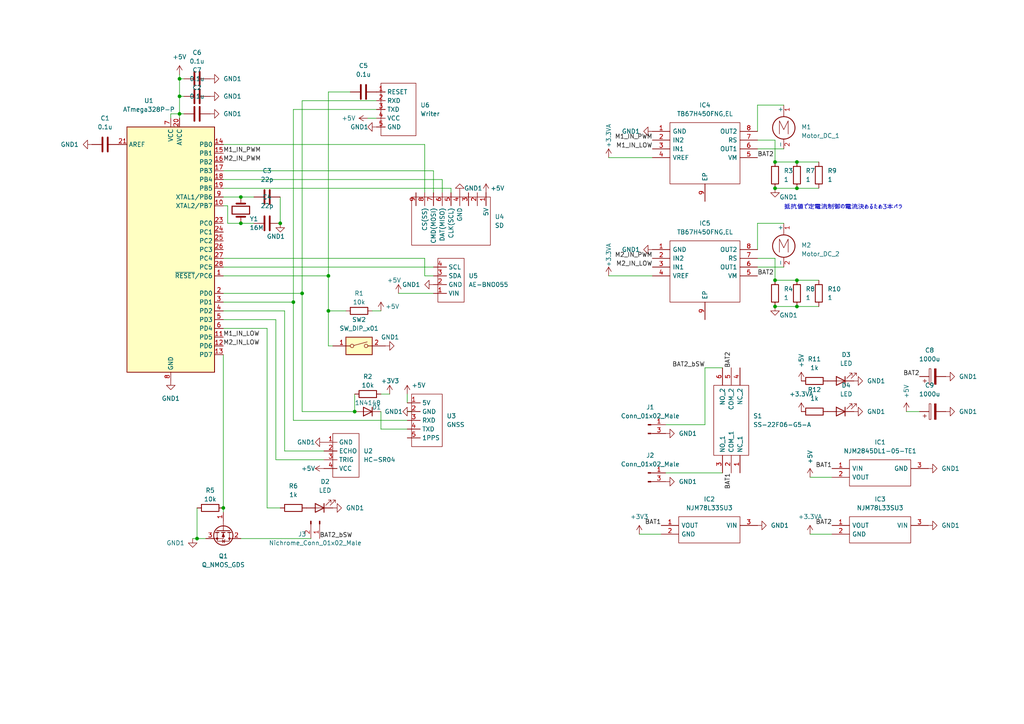
<source format=kicad_sch>
(kicad_sch (version 20211123) (generator eeschema)
  (paper "A4")
  (title_block (title "DERC CanSat 4Nosiro 2022 ") (date "2022-04-22") (company "DERC CanSat PJ"))
  (lib_symbols
    (symbol "Conn_01x02_Male_1" (pin_names (offset 1.016) hide)
      (property "Reference" "J2" (at 0.635 5.08 0))
      (property "Value" "Conn_01x02_Male_1" (at 0.635 2.54 0))
      (symbol "Conn_01x02_Male_1_1_1"
        (polyline (pts (xy 1.27 -2.54) (xy 0.8636 -2.54)) (stroke (width 0.1524)))
        (polyline (pts (xy 1.27 0) (xy 0.8636 0)) (stroke (width 0.1524)))
        (rectangle (start 0.8636 -2.413) (end 0 -2.667) (stroke (width 0.1524)) (fill (type outline)))
        (rectangle (start 0.8636 0.127) (end 0 -0.127) (stroke (width 0.1524)) (fill (type outline)))
        (pin passive line (at 5.08 0 180) (length 3.81) (name "Pin_1") (number "1"))
        (pin passive line (at 5.08 -2.54 180) (length 3.81) (name "Pin_2") (number "3"))
      )
    )
    (symbol "Connector:Conn_01x02_Male" (pin_names (offset 1.016) hide)
      (property "Reference" "J" (at 0 2.54 0))
      (property "Value" "Conn_01x02_Male" (at 0 -5.08 0))
      (symbol "Conn_01x02_Male_1_1"
        (polyline (pts (xy 1.27 -2.54) (xy 0.8636 -2.54)) (stroke (width 0.1524)))
        (polyline (pts (xy 1.27 0) (xy 0.8636 0)) (stroke (width 0.1524)))
        (rectangle (start 0.8636 -2.413) (end 0 -2.667) (stroke (width 0.1524)) (fill (type outline)))
        (rectangle (start 0.8636 0.127) (end 0 -0.127) (stroke (width 0.1524)) (fill (type outline)))
        (pin passive line (at 5.08 0 180) (length 3.81) (name "Pin_1") (number "1"))
        (pin passive line (at 5.08 -2.54 180) (length 3.81) (name "Pin_2") (number "2"))
      )
    )
    (symbol "DERC_CanSat_KairoLib:AE-BNO055"
      (property "Reference" "U" (at -6.35 11.43 0))
      (property "Value" "AE-BNO055" (at -3.81 8.89 0))
      (symbol "AE-BNO055_0_1"
        (rectangle (start 3.81 0) (end -8.89 7.62))
      )
      (symbol "AE-BNO055_1_1"
        (pin passive line (at 1.27 -1.27 90) (length 3.81) (name "VIN") (number "1"))
        (pin passive line (at -1.27 -1.27 90) (length 3.81) (name "GND") (number "2"))
        (pin passive line (at -3.81 -1.27 90) (length 3.81) (name "SDA") (number "3"))
        (pin passive line (at -6.35 -1.27 90) (length 3.81) (name "SCL") (number "4"))
      )
    )
    (symbol "DERC_CanSat_KairoLib:GNSS"
      (property "Reference" "U" (at -1.27 1.27 0))
      (property "Value" "GNSS" (at 0 -1.27 0))
      (symbol "GNSS_0_1"
        (rectangle (start 8.89 3.81) (end -6.35 12.7))
      )
      (symbol "GNSS_1_1"
        (pin passive line (at 6.35 13.97 270) (length 3.81) (name "5V") (number "1"))
        (pin passive line (at 3.81 13.97 270) (length 3.81) (name "GND") (number "2"))
        (pin passive line (at 1.27 13.97 270) (length 3.81) (name "RXD") (number "3"))
        (pin passive line (at -1.27 13.97 270) (length 3.81) (name "TXD") (number "4"))
        (pin passive line (at -3.81 13.97 270) (length 3.81) (name "1PPS") (number "5"))
      )
    )
    (symbol "DERC_CanSat_KairoLib:HC-SR04"
      (property "Reference" "U" (at -6.35 10.16 0))
      (property "Value" "HC-SR04" (at 0 10.16 0))
      (symbol "HC-SR04_0_1"
        (rectangle (start -6.35 2.54) (end 6.35 10.16))
      )
      (symbol "HC-SR04_1_1"
        (pin passive line (at -3.81 0 90) (length 3.81) (name "GND") (number "1"))
        (pin passive line (at -1.27 0 90) (length 3.81) (name "ECHO") (number "2"))
        (pin passive line (at 1.27 0 90) (length 3.81) (name "TRIG") (number "3"))
        (pin passive line (at 3.81 0 90) (length 3.81) (name "VCC") (number "4"))
      )
    )
    (symbol "DERC_CanSat_KairoLib:SD"
      (property "Reference" "U" (at -2.54 8.89 0))
      (property "Value" "SD" (at -2.54 7.62 0))
      (symbol "SD_0_1"
        (rectangle (start 13.97 1.27) (end -8.89 15.24))
      )
      (symbol "SD_1_1"
        (pin passive line (at -7.62 0 90) (length 3.81) (name "5V") (number "1"))
        (pin passive line (at -5.08 0 90) (length 3.81) (name "") (number "2"))
        (pin passive line (at -2.54 0 90) (length 3.81) (name "") (number "3"))
        (pin passive line (at 0 0 90) (length 3.81) (name "GND") (number "4"))
        (pin passive line (at 2.54 0 90) (length 3.81) (name "CLK(SCL)") (number "5"))
        (pin passive line (at 5.08 0 90) (length 3.81) (name "DAT(MISO)") (number "6"))
        (pin passive line (at 7.62 0 90) (length 3.81) (name "CMD(MOSI)") (number "7"))
        (pin passive line (at 10.16 0 90) (length 3.81) (name "CS(SS)") (number "8"))
        (pin passive line (at 12.7 0 90) (length 3.81) (name "") (number "9"))
      )
    )
    (symbol "DERC_CanSat_KairoLib:Writer"
      (property "Reference" "U" (at -2.54 6.35 0))
      (property "Value" "Writer" (at 1.27 6.35 0))
      (symbol "Writer_0_1"
        (rectangle (start 7.62 -2.54) (end -7.62 7.62))
      )
      (symbol "Writer_1_1"
        (pin input line (at -5.08 -3.81 90) (length 2.54) (name "RESET") (number "1"))
        (pin input line (at -2.54 -3.81 90) (length 2.54) (name "RXD") (number "2"))
        (pin input line (at 0 -3.81 90) (length 2.54) (name "TXD") (number "3"))
        (pin input line (at 2.54 -3.81 90) (length 2.54) (name "VCC") (number "4"))
        (pin input line (at 5.08 -3.81 90) (length 2.54) (name "GND") (number "5"))
      )
    )
    (symbol "Device:C" (pin_numbers hide) (pin_names (offset 0.254))
      (property "Reference" "C" (at 0.635 2.54 0))
      (property "Value" "C" (at 0.635 -2.54 0))
      (symbol "C_0_1"
        (polyline (pts (xy -2.032 -0.762) (xy 2.032 -0.762)) (stroke (width 0.508)))
        (polyline (pts (xy -2.032 0.762) (xy 2.032 0.762)) (stroke (width 0.508)))
      )
      (symbol "C_1_1"
        (pin passive line (at 0 3.81 270) (length 2.794) (name "~") (number "1"))
        (pin passive line (at 0 -3.81 90) (length 2.794) (name "~") (number "2"))
      )
    )
    (symbol "Device:C_Polarized" (pin_numbers hide) (pin_names (offset 0.254))
      (property "Reference" "C" (at 0.635 2.54 0))
      (property "Value" "C_Polarized" (at 0.635 -2.54 0))
      (symbol "C_Polarized_0_1"
        (rectangle (start -2.286 0.508) (end 2.286 1.016))
        (polyline (pts (xy -1.778 2.286) (xy -0.762 2.286)))
        (polyline (pts (xy -1.27 2.794) (xy -1.27 1.778)))
        (rectangle (start 2.286 -0.508) (end -2.286 -1.016) (fill (type outline)))
      )
      (symbol "C_Polarized_1_1"
        (pin passive line (at 0 3.81 270) (length 2.794) (name "~") (number "1"))
        (pin passive line (at 0 -3.81 90) (length 2.794) (name "~") (number "2"))
      )
    )
    (symbol "Device:Crystal" (pin_numbers hide) (pin_names (offset 1.016) hide)
      (property "Reference" "Y" (at 0 3.81 0))
      (property "Value" "Crystal" (at 0 -3.81 0))
      (symbol "Crystal_0_1"
        (rectangle (start -1.143 2.54) (end 1.143 -2.54) (stroke (width 0.3048)))
        (polyline (pts (xy -2.54 0) (xy -1.905 0)))
        (polyline (pts (xy -1.905 -1.27) (xy -1.905 1.27)) (stroke (width 0.508)))
        (polyline (pts (xy 1.905 -1.27) (xy 1.905 1.27)) (stroke (width 0.508)))
        (polyline (pts (xy 2.54 0) (xy 1.905 0)))
      )
      (symbol "Crystal_1_1"
        (pin passive line (at -3.81 0 0) (length 1.27) (name "1") (number "1"))
        (pin passive line (at 3.81 0 180) (length 1.27) (name "2") (number "2"))
      )
    )
    (symbol "Device:LED" (pin_numbers hide) (pin_names (offset 1.016) hide)
      (property "Reference" "D" (at 0 2.54 0))
      (property "Value" "LED" (at 0 -2.54 0))
      (symbol "LED_0_1"
        (polyline (pts (xy -1.27 -1.27) (xy -1.27 1.27)) (stroke (width 0.254)))
        (polyline (pts (xy -1.27 0) (xy 1.27 0)))
        (polyline (pts (xy 1.27 -1.27) (xy 1.27 1.27) (xy -1.27 0) (xy 1.27 -1.27)) (stroke (width 0.254)))
        (polyline (pts (xy -3.048 -0.762) (xy -4.572 -2.286) (xy -3.81 -2.286) (xy -4.572 -2.286) (xy -4.572 -1.524)))
        (polyline (pts (xy -1.778 -0.762) (xy -3.302 -2.286) (xy -2.54 -2.286) (xy -3.302 -2.286) (xy -3.302 -1.524)))
      )
      (symbol "LED_1_1"
        (pin passive line (at -3.81 0 0) (length 2.54) (name "K") (number "1"))
        (pin passive line (at 3.81 0 180) (length 2.54) (name "A") (number "2"))
      )
    )
    (symbol "Device:Q_NMOS_GDS" (pin_names (offset 0) hide)
      (property "Reference" "Q" (at 5.08 1.27 0))
      (property "Value" "Q_NMOS_GDS" (at 5.08 -1.27 0))
      (symbol "Q_NMOS_GDS_0_1"
        (polyline (pts (xy 0.254 0) (xy -2.54 0)))
        (polyline (pts (xy 0.254 1.905) (xy 0.254 -1.905)) (stroke (width 0.254)))
        (polyline (pts (xy 0.762 -1.27) (xy 0.762 -2.286)) (stroke (width 0.254)))
        (polyline (pts (xy 0.762 0.508) (xy 0.762 -0.508)) (stroke (width 0.254)))
        (polyline (pts (xy 0.762 2.286) (xy 0.762 1.27)) (stroke (width 0.254)))
        (polyline (pts (xy 2.54 2.54) (xy 2.54 1.778)))
        (polyline (pts (xy 2.54 -2.54) (xy 2.54 0) (xy 0.762 0)))
        (polyline (pts (xy 0.762 -1.778) (xy 3.302 -1.778) (xy 3.302 1.778) (xy 0.762 1.778)))
        (polyline (pts (xy 1.016 0) (xy 2.032 0.381) (xy 2.032 -0.381) (xy 1.016 0)) (fill (type outline)))
        (polyline (pts (xy 2.794 0.508) (xy 2.921 0.381) (xy 3.683 0.381) (xy 3.81 0.254)))
        (polyline (pts (xy 3.302 0.381) (xy 2.921 -0.254) (xy 3.683 -0.254) (xy 3.302 0.381)))
        (circle (center 1.651 0) (radius 2.794) (stroke (width 0.254)))
        (circle (center 2.54 -1.778) (radius 0.254) (fill (type outline)))
        (circle (center 2.54 1.778) (radius 0.254) (fill (type outline)))
      )
      (symbol "Q_NMOS_GDS_1_1"
        (pin input line (at -5.08 0 0) (length 2.54) (name "G") (number "1"))
        (pin passive line (at 2.54 5.08 270) (length 2.54) (name "D") (number "2"))
        (pin passive line (at 2.54 -5.08 90) (length 2.54) (name "S") (number "3"))
      )
    )
    (symbol "Device:R" (pin_numbers hide) (pin_names (offset 0))
      (property "Reference" "R" (at 2.032 0 90))
      (property "Value" "R" (at 0 0 90))
      (symbol "R_0_1"
        (rectangle (start -1.016 -2.54) (end 1.016 2.54) (stroke (width 0.254)))
      )
      (symbol "R_1_1"
        (pin passive line (at 0 3.81 270) (length 1.27) (name "~") (number "1"))
        (pin passive line (at 0 -3.81 90) (length 1.27) (name "~") (number "2"))
      )
    )
    (symbol "Diode:1N4148" (pin_numbers hide) (pin_names (offset 1.016) hide)
      (property "Reference" "D" (at 0 2.54 0))
      (property "Value" "1N4148" (at 0 -2.54 0))
      (symbol "1N4148_0_1"
        (polyline (pts (xy -1.27 1.27) (xy -1.27 -1.27)) (stroke (width 0.254)))
        (polyline (pts (xy 1.27 0) (xy -1.27 0)))
        (polyline (pts (xy 1.27 1.27) (xy 1.27 -1.27) (xy -1.27 0) (xy 1.27 1.27)) (stroke (width 0.254)))
      )
      (symbol "1N4148_1_1"
        (pin passive line (at -3.81 0 0) (length 2.54) (name "K") (number "1"))
        (pin passive line (at 3.81 0 180) (length 2.54) (name "A") (number "2"))
      )
    )
    (symbol "MCU_Microchip_ATmega:ATmega328P-P"
      (property "Reference" "U" (at -12.7 36.83 0))
      (property "Value" "ATmega328P-P" (at 2.54 -36.83 0))
      (symbol "ATmega328P-P_0_1"
        (rectangle (start -12.7 -35.56) (end 12.7 35.56) (stroke (width 0.254)) (fill (type background)))
      )
      (symbol "ATmega328P-P_1_1"
        (pin bidirectional line (at 15.24 -7.62 180) (length 2.54) (name "~{RESET}/PC6") (number "1"))
        (pin bidirectional line (at 15.24 12.7 180) (length 2.54) (name "XTAL2/PB7") (number "10"))
        (pin bidirectional line (at 15.24 -25.4 180) (length 2.54) (name "PD5") (number "11"))
        (pin bidirectional line (at 15.24 -27.94 180) (length 2.54) (name "PD6") (number "12"))
        (pin bidirectional line (at 15.24 -30.48 180) (length 2.54) (name "PD7") (number "13"))
        (pin bidirectional line (at 15.24 30.48 180) (length 2.54) (name "PB0") (number "14"))
        (pin bidirectional line (at 15.24 27.94 180) (length 2.54) (name "PB1") (number "15"))
        (pin bidirectional line (at 15.24 25.4 180) (length 2.54) (name "PB2") (number "16"))
        (pin bidirectional line (at 15.24 22.86 180) (length 2.54) (name "PB3") (number "17"))
        (pin bidirectional line (at 15.24 20.32 180) (length 2.54) (name "PB4") (number "18"))
        (pin bidirectional line (at 15.24 17.78 180) (length 2.54) (name "PB5") (number "19"))
        (pin bidirectional line (at 15.24 -12.7 180) (length 2.54) (name "PD0") (number "2"))
        (pin power_in line (at 2.54 38.1 270) (length 2.54) (name "AVCC") (number "20"))
        (pin passive line (at -15.24 30.48 0) (length 2.54) (name "AREF") (number "21"))
        (pin passive line (at 0 -38.1 90) (length 2.54) hide (name "GND") (number "22"))
        (pin bidirectional line (at 15.24 7.62 180) (length 2.54) (name "PC0") (number "23"))
        (pin bidirectional line (at 15.24 5.08 180) (length 2.54) (name "PC1") (number "24"))
        (pin bidirectional line (at 15.24 2.54 180) (length 2.54) (name "PC2") (number "25"))
        (pin bidirectional line (at 15.24 0 180) (length 2.54) (name "PC3") (number "26"))
        (pin bidirectional line (at 15.24 -2.54 180) (length 2.54) (name "PC4") (number "27"))
        (pin bidirectional line (at 15.24 -5.08 180) (length 2.54) (name "PC5") (number "28"))
        (pin bidirectional line (at 15.24 -15.24 180) (length 2.54) (name "PD1") (number "3"))
        (pin bidirectional line (at 15.24 -17.78 180) (length 2.54) (name "PD2") (number "4"))
        (pin bidirectional line (at 15.24 -20.32 180) (length 2.54) (name "PD3") (number "5"))
        (pin bidirectional line (at 15.24 -22.86 180) (length 2.54) (name "PD4") (number "6"))
        (pin power_in line (at 0 38.1 270) (length 2.54) (name "VCC") (number "7"))
        (pin power_in line (at 0 -38.1 90) (length 2.54) (name "GND") (number "8"))
        (pin bidirectional line (at 15.24 15.24 180) (length 2.54) (name "XTAL1/PB6") (number "9"))
      )
    )
    (symbol "Motor:Motor_DC" (pin_names (offset 0))
      (property "Reference" "M" (at 2.54 2.54 0))
      (property "Value" "Motor_DC" (at 2.54 -5.08 0))
      (symbol "Motor_DC_0_0"
        (polyline (pts (xy -1.27 -3.302) (xy -1.27 0.508) (xy 0 -2.032) (xy 1.27 0.508) (xy 1.27 -3.302)))
      )
      (symbol "Motor_DC_0_1"
        (circle (center 0 -1.524) (radius 3.2512) (stroke (width 0.254)))
        (polyline (pts (xy 0 -7.62) (xy 0 -7.112)))
        (polyline (pts (xy 0 -4.7752) (xy 0 -5.1816)))
        (polyline (pts (xy 0 1.7272) (xy 0 2.0828)))
        (polyline (pts (xy 0 2.032) (xy 0 2.54)))
      )
      (symbol "Motor_DC_1_1"
        (pin passive line (at 0 5.08 270) (length 2.54) (name "+") (number "1"))
        (pin passive line (at 0 -7.62 90) (length 2.54) (name "-") (number "2"))
      )
    )
    (symbol "SamacSys_Parts:NJM2845DL1-05-TE1" (pin_names (offset 0.762))
      (property "Reference" "IC" (at 24.13 7.62 0))
      (property "Value" "NJM2845DL1-05-TE1" (at 24.13 5.08 0))
      (symbol "NJM2845DL1-05-TE1_0_0"
        (pin passive line (at 0 0 0) (length 5.08) (name "VIN") (number "1"))
        (pin passive line (at 0 -2.54 0) (length 5.08) (name "VOUT") (number "2"))
        (pin passive line (at 27.94 0 180) (length 5.08) (name "GND") (number "3"))
      )
      (symbol "NJM2845DL1-05-TE1_0_1"
        (polyline (pts (xy 5.08 2.54) (xy 22.86 2.54) (xy 22.86 -5.08) (xy 5.08 -5.08) (xy 5.08 2.54)) (stroke (width 0.1524)))
      )
    )
    (symbol "SamacSys_Parts:NJM78L33SU3" (pin_names (offset 0.762))
      (property "Reference" "IC" (at 24.13 7.62 0))
      (property "Value" "NJM78L33SU3" (at 24.13 5.08 0))
      (symbol "NJM78L33SU3_0_0"
        (pin passive line (at 0 0 0) (length 5.08) (name "VOUT") (number "1"))
        (pin passive line (at 0 -2.54 0) (length 5.08) (name "GND") (number "2"))
        (pin passive line (at 27.94 0 180) (length 5.08) (name "VIN") (number "3"))
      )
      (symbol "NJM78L33SU3_0_1"
        (polyline (pts (xy 5.08 2.54) (xy 22.86 2.54) (xy 22.86 -5.08) (xy 5.08 -5.08) (xy 5.08 2.54)) (stroke (width 0.1524)))
      )
    )
    (symbol "SamacSys_Parts:SS-22F06-G5-A" (pin_names (offset 0.762))
      (property "Reference" "S" (at 26.67 7.62 0))
      (property "Value" "SS-22F06-G5-A" (at 26.67 5.08 0))
      (symbol "SS-22F06-G5-A_0_0"
        (pin passive line (at 30.48 0 180) (length 5.08) (name "NC_1") (number "1"))
        (pin passive line (at 30.48 -2.54 180) (length 5.08) (name "COM_1") (number "2"))
        (pin passive line (at 30.48 -5.08 180) (length 5.08) (name "NO_1") (number "3"))
        (pin passive line (at 0 0 0) (length 5.08) (name "NC_2") (number "4"))
        (pin passive line (at 0 -2.54 0) (length 5.08) (name "COM_2") (number "5"))
        (pin passive line (at 0 -5.08 0) (length 5.08) (name "NO_2") (number "6"))
      )
      (symbol "SS-22F06-G5-A_0_1"
        (polyline (pts (xy 5.08 2.54) (xy 25.4 2.54) (xy 25.4 -7.62) (xy 5.08 -7.62) (xy 5.08 2.54)) (stroke (width 0.1524)))
      )
    )
    (symbol "SamacSys_Parts:TB67H450FNG,EL" (pin_names (offset 0.762))
      (property "Reference" "IC" (at 26.67 7.62 0))
      (property "Value" "TB67H450FNG,EL" (at 26.67 5.08 0))
      (symbol "TB67H450FNG,EL_0_0"
        (pin passive line (at 0 0 0) (length 5.08) (name "GND") (number "1"))
        (pin passive line (at 0 -2.54 0) (length 5.08) (name "IN2") (number "2"))
        (pin passive line (at 0 -5.08 0) (length 5.08) (name "IN1") (number "3"))
        (pin passive line (at 0 -7.62 0) (length 5.08) (name "VREF") (number "4"))
        (pin passive line (at 30.48 -7.62 180) (length 5.08) (name "VM") (number "5"))
        (pin passive line (at 30.48 -5.08 180) (length 5.08) (name "OUT1") (number "6"))
        (pin passive line (at 30.48 -2.54 180) (length 5.08) (name "RS") (number "7"))
        (pin passive line (at 30.48 0 180) (length 5.08) (name "OUT2") (number "8"))
        (pin passive line (at 15.24 -20.32 90) (length 5.08) (name "EP") (number "9"))
      )
      (symbol "TB67H450FNG,EL_0_1"
        (polyline (pts (xy 5.08 2.54) (xy 25.4 2.54) (xy 25.4 -15.24) (xy 5.08 -15.24) (xy 5.08 2.54)) (stroke (width 0.1524)))
      )
    )
    (symbol "Switch:SW_DIP_x01" (pin_names (offset 0) hide)
      (property "Reference" "SW" (at 0 3.81 0))
      (property "Value" "SW_DIP_x01" (at 0 -3.81 0))
      (symbol "SW_DIP_x01_0_0"
        (circle (center -2.032 0) (radius 0.508))
        (polyline (pts (xy -1.524 0.127) (xy 2.3622 1.1684)))
        (circle (center 2.032 0) (radius 0.508))
      )
      (symbol "SW_DIP_x01_0_1"
        (rectangle (start -3.81 2.54) (end 3.81 -2.54) (stroke (width 0.254)) (fill (type background)))
      )
      (symbol "SW_DIP_x01_1_1"
        (pin passive line (at -7.62 0 0) (length 5.08) (name "~") (number "1"))
        (pin passive line (at 7.62 0 180) (length 5.08) (name "~") (number "2"))
      )
    )
    (symbol "power:+3.3V" (power) (pin_names (offset 0))
      (property "Value" "+3.3V" (at 0 3.556 0))
      (symbol "+3.3V_0_1"
        (polyline (pts (xy -0.762 1.27) (xy 0 2.54)))
        (polyline (pts (xy 0 0) (xy 0 2.54)))
        (polyline (pts (xy 0 2.54) (xy 0.762 1.27)))
      )
      (symbol "+3.3V_1_1"
        (pin power_in line (at 0 0 90) (length 0) hide (name "+3V3") (number "1"))
      )
    )
    (symbol "power:+3.3VA" (power) (pin_names (offset 0))
      (property "Value" "+3.3VA" (at 0 3.556 0))
      (symbol "+3.3VA_0_1"
        (polyline (pts (xy -0.762 1.27) (xy 0 2.54)))
        (polyline (pts (xy 0 0) (xy 0 2.54)))
        (polyline (pts (xy 0 2.54) (xy 0.762 1.27)))
      )
      (symbol "+3.3VA_1_1"
        (pin power_in line (at 0 0 90) (length 0) hide (name "+3.3VA") (number "1"))
      )
    )
    (symbol "power:+5V" (power) (pin_names (offset 0))
      (property "Value" "+5V" (at 0 3.556 0))
      (symbol "+5V_0_1"
        (polyline (pts (xy -0.762 1.27) (xy 0 2.54)))
        (polyline (pts (xy 0 0) (xy 0 2.54)))
        (polyline (pts (xy 0 2.54) (xy 0.762 1.27)))
      )
      (symbol "+5V_1_1"
        (pin power_in line (at 0 0 90) (length 0) hide (name "+5V") (number "1"))
      )
    )
    (symbol "power:GND1" (power) (pin_names (offset 0))
      (property "Value" "GND1" (at 0 -3.81 0))
      (symbol "GND1_0_1"
        (polyline (pts (xy 0 0) (xy 0 -1.27) (xy 1.27 -1.27) (xy 0 -2.54) (xy -1.27 -1.27) (xy 0 -1.27)))
      )
      (symbol "GND1_1_1"
        (pin power_in line (at 0 0 270) (length 0) hide (name "GND1") (number "1"))
      )
    )
  )
  (junction (at 52.07 22.86))
  (junction (at 224.79 81.28))
  (junction (at 231.14 46.99))
  (junction (at 231.14 81.28))
  (junction (at 102.87 119.38))
  (junction (at 52.07 33.02))
  (junction (at 52.07 27.94))
  (junction (at 224.79 46.99))
  (junction (at 69.85 57.15))
  (junction (at 87.63 85.09))
  (junction (at 95.25 90.17))
  (junction (at 95.25 80.01))
  (junction (at 231.14 54.61))
  (junction (at 224.79 54.61))
  (junction (at 69.85 64.77))
  (junction (at 231.14 88.9))
  (junction (at 81.28 64.77))
  (junction (at 64.77 147.32))
  (junction (at 57.15 156.21))
  (junction (at 85.09 87.63))
  (junction (at 224.79 88.9))
  (wire (pts (xy 110.49 124.46) (xy 118.11 124.46)))
  (wire (pts (xy 82.55 130.81) (xy 93.98 130.81)))
  (wire (pts (xy 185.42 154.94) (xy 191.77 154.94)))
  (wire (pts (xy 119.38 119.38) (xy 118.11 119.38)))
  (wire (pts (xy 234.95 154.94) (xy 241.3 154.94)))
  (wire (pts (xy 49.53 34.29) (xy 49.53 33.02)))
  (wire (pts (xy 53.34 27.94) (xy 52.07 27.94)))
  (wire (pts (xy 128.27 55.88) (xy 128.27 52.07)))
  (wire (pts (xy 113.03 114.3) (xy 110.49 114.3)))
  (wire (pts (xy 219.71 40.64) (xy 224.79 40.64)))
  (wire (pts (xy 49.53 33.02) (xy 52.07 33.02)))
  (wire (pts (xy 130.81 55.88) (xy 130.81 54.61)))
  (wire (pts (xy 64.77 85.09) (xy 87.63 85.09)))
  (wire (pts (xy 224.79 40.64) (xy 224.79 46.99)))
  (wire (pts (xy 234.95 138.43) (xy 241.3 138.43)))
  (wire (pts (xy 219.71 72.39) (xy 219.71 64.77)))
  (wire (pts (xy 101.6 26.67) (xy 95.25 26.67)))
  (wire (pts (xy 87.63 29.21) (xy 109.22 29.21)))
  (wire (pts (xy 64.77 102.87) (xy 64.77 147.32)))
  (wire (pts (xy 100.33 90.17) (xy 95.25 90.17)))
  (wire (pts (xy 95.25 80.01) (xy 64.77 80.01)))
  (wire (pts (xy 64.77 147.32) (xy 64.77 148.59)))
  (wire (pts (xy 176.53 45.72) (xy 189.23 45.72)))
  (wire (pts (xy 87.63 119.38) (xy 102.87 119.38)))
  (wire (pts (xy 73.66 57.15) (xy 69.85 57.15)))
  (wire (pts (xy 125.73 80.01) (xy 123.19 80.01)))
  (wire (pts (xy 176.53 80.01) (xy 189.23 80.01)))
  (wire (pts (xy 55.88 156.21) (xy 57.15 156.21)))
  (wire (pts (xy 123.19 80.01) (xy 123.19 74.93)))
  (wire (pts (xy 52.07 33.02) (xy 52.07 34.29)))
  (wire (pts (xy 64.77 87.63) (xy 85.09 87.63)))
  (wire (pts (xy 125.73 49.53) (xy 64.77 49.53)))
  (wire (pts (xy 219.71 30.48) (xy 227.33 30.48)))
  (wire (pts (xy 224.79 54.61) (xy 231.14 54.61)))
  (wire (pts (xy 231.14 88.9) (xy 237.49 88.9)))
  (wire (pts (xy 95.25 100.33) (xy 96.52 100.33)))
  (wire (pts (xy 231.14 81.28) (xy 237.49 81.28)))
  (wire (pts (xy 219.71 64.77) (xy 227.33 64.77)))
  (wire (pts (xy 57.15 147.32) (xy 57.15 156.21)))
  (wire (pts (xy 204.47 123.19) (xy 204.47 106.68)))
  (wire (pts (xy 53.34 22.86) (xy 52.07 22.86)))
  (wire (pts (xy 57.15 156.21) (xy 59.69 156.21)))
  (wire (pts (xy 64.77 77.47) (xy 125.73 77.47)))
  (wire (pts (xy 118.11 116.84) (xy 118.11 114.3)))
  (wire (pts (xy 64.77 57.15) (xy 69.85 57.15)))
  (wire (pts (xy 128.27 52.07) (xy 64.77 52.07)))
  (wire (pts (xy 64.77 92.71) (xy 80.01 92.71)))
  (wire (pts (xy 130.81 54.61) (xy 64.77 54.61)))
  (wire (pts (xy 262.89 119.38) (xy 266.7 119.38)))
  (wire (pts (xy 123.19 55.88) (xy 123.19 41.91)))
  (wire (pts (xy 224.79 46.99) (xy 231.14 46.99)))
  (wire (pts (xy 115.57 85.09) (xy 125.73 85.09)))
  (wire (pts (xy 53.34 33.02) (xy 52.07 33.02)))
  (wire (pts (xy 106.68 34.29) (xy 109.22 34.29)))
  (wire (pts (xy 95.25 90.17) (xy 95.25 80.01)))
  (wire (pts (xy 102.87 114.3) (xy 102.87 119.38)))
  (wire (pts (xy 66.04 64.77) (xy 69.85 64.77)))
  (wire (pts (xy 87.63 85.09) (xy 87.63 119.38)))
  (wire (pts (xy 52.07 21.59) (xy 52.07 22.86)))
  (wire (pts (xy 95.25 90.17) (xy 95.25 100.33)))
  (wire (pts (xy 85.09 31.75) (xy 109.22 31.75)))
  (wire (pts (xy 125.73 55.88) (xy 125.73 49.53)))
  (wire (pts (xy 204.47 106.68) (xy 209.55 106.68)))
  (wire (pts (xy 224.79 81.28) (xy 231.14 81.28)))
  (wire (pts (xy 77.47 95.25) (xy 77.47 147.32)))
  (wire (pts (xy 64.77 95.25) (xy 77.47 95.25)))
  (wire (pts (xy 219.71 74.93) (xy 224.79 74.93)))
  (wire (pts (xy 82.55 90.17) (xy 82.55 130.81)))
  (wire (pts (xy 231.14 54.61) (xy 237.49 54.61)))
  (wire (pts (xy 87.63 85.09) (xy 87.63 29.21)))
  (wire (pts (xy 52.07 22.86) (xy 52.07 27.94)))
  (wire (pts (xy 85.09 121.92) (xy 118.11 121.92)))
  (wire (pts (xy 110.49 119.38) (xy 110.49 124.46)))
  (wire (pts (xy 64.77 74.93) (xy 123.19 74.93)))
  (wire (pts (xy 193.04 123.19) (xy 204.47 123.19)))
  (wire (pts (xy 219.71 38.1) (xy 219.71 30.48)))
  (wire (pts (xy 110.49 90.17) (xy 107.95 90.17)))
  (wire (pts (xy 95.25 26.67) (xy 95.25 80.01)))
  (wire (pts (xy 80.01 133.35) (xy 93.98 133.35)))
  (wire (pts (xy 69.85 156.21) (xy 90.17 156.21)))
  (wire (pts (xy 52.07 27.94) (xy 52.07 33.02)))
  (wire (pts (xy 193.04 137.16) (xy 209.55 137.16)))
  (wire (pts (xy 123.19 41.91) (xy 64.77 41.91)))
  (wire (pts (xy 219.71 77.47) (xy 227.33 77.47)))
  (wire (pts (xy 231.14 46.99) (xy 237.49 46.99)))
  (wire (pts (xy 66.04 59.69) (xy 66.04 64.77)))
  (wire (pts (xy 219.71 43.18) (xy 227.33 43.18)))
  (wire (pts (xy 224.79 88.9) (xy 231.14 88.9)))
  (wire (pts (xy 64.77 59.69) (xy 66.04 59.69)))
  (wire (pts (xy 224.79 74.93) (xy 224.79 81.28)))
  (wire (pts (xy 82.55 90.17) (xy 64.77 90.17)))
  (wire (pts (xy 85.09 87.63) (xy 85.09 31.75)))
  (wire (pts (xy 81.28 57.15) (xy 81.28 64.77)))
  (wire (pts (xy 80.01 92.71) (xy 80.01 133.35)))
  (wire (pts (xy 77.47 147.32) (xy 81.28 147.32)))
  (wire (pts (xy 73.66 64.77) (xy 69.85 64.77)))
  (wire (pts (xy 85.09 87.63) (xy 85.09 121.92)))
  (text "抵抗値で定電流制御の電流決めるため3本パラ" (at 227.33 60.96 0) (effects (font (size 1.27 1.27)) (justify left bottom)))
  (label "M2_IN_LOW" (at 189.23 77.47 180))
  (label "BAT1" (at 241.3 135.89 180))
  (label "M1_IN_LOW" (at 64.77 97.79 0))
  (label "BAT2" (at 266.7 109.22 180))
  (label "BAT2" (at 241.3 152.4 180))
  (label "BAT2" (at 219.71 80.01 0))
  (label "BAT2_bSW" (at 204.47 106.68 180))
  (label "BAT1" (at 212.09 137.16 270))
  (label "M2_IN_LOW" (at 64.77 100.33 0))
  (label "BAT2" (at 212.09 106.68 90))
  (label "M1_IN_PWM" (at 64.77 44.45 0))
  (label "M1_IN_LOW" (at 189.23 43.18 180))
  (label "M2_IN_PWM" (at 189.23 74.93 180))
  (label "BAT2" (at 219.71 45.72 0))
  (label "BAT2_bSW" (at 92.71 156.21 0))
  (label "BAT1" (at 191.77 152.4 180))
  (label "M2_IN_PWM" (at 64.77 46.99 0))
  (label "M1_IN_PWM" (at 189.23 40.64 180))
  (symbol (lib_id "power:GND1") (at 274.32 119.38 90) (unit 1)
    (property "Reference" "#PWR043" (effects hide))
    (property "Value" "GND1" (at 278.13 119.3799 90) (effects (justify right)))
  )
  (symbol (lib_id "power:GND1") (at 81.28 64.77 0) (unit 1)
    (property "Reference" "#PWR011" (effects hide))
    (property "Value" "GND1" (at 80.01 68.58 0))
  )
  (symbol (lib_id "power:GND1") (at 189.23 72.39 270) (unit 1)
    (property "Reference" "#PWR025" (effects hide))
    (property "Value" "GND1" (at 180.34 72.39 90) (effects (justify left)))
  )
  (symbol (lib_id "DERC_CanSat_KairoLib:HC-SR04") (at 93.98 132.08 270) (unit 1)
    (property "Reference" "U2" (at 105.41 130.8099 90) (effects (justify left)))
    (property "Value" "HC-SR04" (at 105.41 133.3499 90) (effects (justify left)))
    (property "Footprint" "DERC_CanSat_footprint:HC-SR04" (effects hide))
  )
  (symbol (lib_id "power:+3.3VA") (at 234.95 154.94 0) (unit 1)
    (property "Reference" "#PWR022" (effects hide))
    (property "Value" "+3.3VA" (at 234.95 149.86 0))
  )
  (symbol (lib_id "Connector:Conn_01x02_Male") (at 92.71 151.13 270) (unit 1)
    (property "Reference" "J3" (at 87.63 154.94 90))
    (property "Value" "Nichrome_Conn_01x02_Male" (at 91.44 157.48 90))
    (property "Footprint" "TerminalBlock:TerminalBlock_Altech_AK300-2_P5.00mm" (effects hide))
  )
  (symbol (lib_id "SamacSys_Parts:TB67H450FNG,EL") (at 189.23 72.39 0) (unit 1)
    (property "Reference" "IC5" (at 204.47 64.77 0))
    (property "Value" "TB67H450FNG,EL" (at 204.47 67.31 0))
    (property "Footprint" "SOIC127P600X175-9N" (effects hide))
    (property "Datasheet" "http://toshiba.semicon-storage.com/info/docget.jsp?did=65346&prodName=TB67H450FNG" (effects hide))
    (property "Description" "Motor / Motion / Ignition Controllers & Drivers Brushed Motor Driver IC, 50V, 3.5A, TSSOP8 Package, PB-FREE" (effects hide))
    (property "Height" "1.75" (effects hide))
    (property "Manufacturer_Name" "Toshiba" (effects hide))
    (property "Manufacturer_Part_Number" "TB67H450FNG,EL" (effects hide))
  )
  (symbol (lib_id "Device:C") (at 57.15 33.02 90) (unit 1)
    (property "Reference" "C2" (at 57.15 25.4 90))
    (property "Value" "0.1u" (at 57.15 27.94 90))
    (property "Footprint" "Capacitor_THT:C_Disc_D3.0mm_W1.6mm_P2.50mm" (effects hide))
  )
  (symbol (lib_id "SamacSys_Parts:NJM78L33SU3") (at 191.77 152.4 0) (unit 1)
    (property "Reference" "IC2" (at 205.74 144.78 0))
    (property "Value" "NJM78L33SU3" (at 205.74 147.32 0))
    (property "Footprint" "Package_TO_SOT_SMD:SOT-89-3" (effects hide))
    (property "Datasheet" "http://www.datasheet4u.com/datasheet-pdf/NewJapanRadio/NJM78L33SU3/pdf.php?id=1157057" (effects hide))
    (property "Description" "3-TERMINAL POSITIVE VOLTAGE REGULATOR" (effects hide))
    (property "Manufacturer_Name" "JRC" (effects hide))
    (property "Manufacturer_Part_Number" "NJM78L33SU3" (effects hide))
  )
  (symbol (lib_id "DERC_CanSat_KairoLib:Writer") (at 113.03 31.75 270) (unit 1)
    (property "Reference" "U6" (at 121.92 30.4799 90) (effects (justify left)))
    (property "Value" "Writer" (at 121.92 33.0199 90) (effects (justify left)))
    (property "Footprint" "Connector_PinHeader_2.54mm:PinHeader_1x05_P2.54mm_Vertical" (effects hide))
  )
  (symbol (lib_id "Device:R") (at 237.49 50.8 0) (unit 1)
    (property "Reference" "R9" (at 240.03 49.5299 0) (effects (justify left)))
    (property "Value" "1" (at 240.03 52.0699 0) (effects (justify left)))
    (property "Footprint" "Resistor_THT:R_Axial_DIN0207_L6.3mm_D2.5mm_P2.54mm_Vertical" (effects hide))
  )
  (symbol (lib_id "power:GND1") (at 247.65 110.49 90) (unit 1)
    (property "Reference" "#PWR039" (effects hide))
    (property "Value" "GND1" (at 251.46 110.4899 90) (effects (justify right)))
  )
  (symbol (lib_id "Device:R") (at 236.22 119.38 270) (unit 1)
    (property "Reference" "R12" (at 236.22 113.03 90))
    (property "Value" "1k" (at 236.22 115.57 90))
    (property "Footprint" "Resistor_THT:R_Axial_DIN0207_L6.3mm_D2.5mm_P7.62mm_Horizontal" (effects hide))
  )
  (symbol (lib_id "power:GND1") (at 96.52 147.32 90) (unit 1)
    (property "Reference" "#PWR036" (effects hide))
    (property "Value" "GND1" (at 100.33 147.3199 90) (effects (justify right)))
  )
  (symbol (lib_id "power:+5V") (at 115.57 85.09 0) (unit 1)
    (property "Reference" "#PWR020" (effects hide))
    (property "Value" "+5V" (at 114.3 81.28 0))
  )
  (symbol (lib_id "power:+3.3V") (at 113.03 114.3 0) (unit 1)
    (property "Reference" "#PWR010" (effects hide))
    (property "Value" "+3.3V" (at 110.49 110.49 0) (effects (justify left)))
  )
  (symbol (lib_id "power:+5V") (at 140.97 55.88 0) (unit 1)
    (property "Reference" "#PWR021" (effects hide))
    (property "Value" "+5V" (at 142.24 54.61 0) (effects (justify left)))
  )
  (symbol (lib_id "Device:C") (at 30.48 41.91 90) (unit 1)
    (property "Reference" "C1" (at 30.48 34.29 90))
    (property "Value" "0.1u" (at 30.48 36.83 90))
    (property "Footprint" "Capacitor_THT:C_Disc_D3.0mm_W1.6mm_P2.50mm" (effects hide))
  )
  (symbol (lib_id "power:+5V") (at 118.11 114.3 0) (unit 1)
    (property "Reference" "#PWR014" (effects hide))
    (property "Value" "+5V" (at 119.38 111.76 0) (effects (justify left)))
  )
  (symbol (lib_id "power:+3.3VA") (at 176.53 80.01 0) (unit 1)
    (property "Reference" "#PWR026" (effects hide))
    (property "Value" "+3.3VA" (at 176.53 77.47 90) (effects (justify left)))
  )
  (symbol (lib_id "Device:Q_NMOS_GDS") (at 64.77 153.67 270) (unit 1)
    (property "Reference" "Q1" (at 64.77 161.29 90))
    (property "Value" "Q_NMOS_GDS" (at 64.77 163.83 90))
    (property "Footprint" "SamacSys_Parts:TO229P241X654X988-3P" (effects hide))
  )
  (symbol (lib_id "Device:LED") (at 243.84 119.38 180) (unit 1)
    (property "Reference" "D4" (at 245.4275 111.76 0))
    (property "Value" "LED" (at 245.4275 114.3 0))
    (property "Footprint" "LED_THT:LED_D3.0mm" (effects hide))
  )
  (symbol (lib_name "Conn_01x02_Male_1") (lib_id "Connector:Conn_01x02_Male") (at 187.96 137.16 0) (unit 1)
    (property "Reference" "J2" (at 188.595 132.08 0))
    (property "Value" "Conn_01x02_Male" (at 188.595 134.62 0))
    (property "Footprint" "Connector_JST:JST_PH_B3B-PH-K_1x03_P2.00mm_Vertical" (effects hide))
  )
  (symbol (lib_id "SamacSys_Parts:NJM2845DL1-05-TE1") (at 241.3 135.89 0) (unit 1)
    (property "Reference" "IC1" (at 255.27 128.27 0))
    (property "Value" "NJM2845DL1-05-TE1" (at 255.27 130.81 0))
    (property "Footprint" "Package_TO_SOT_SMD:TO-252-2" (effects hide))
    (property "Datasheet" "https://datasheet.datasheetarchive.com/originals/distributors/Datasheets_SAMA/34641714fd14802a23a049b754208e87.pdf" (effects hide))
    (property "Description" "LDO Voltage Regulators LDO w/On/Off Cntrl" (effects hide))
    (property "Manufacturer_Name" "New Japan Radio" (effects hide))
    (property "Manufacturer_Part_Number" "NJM2845DL1-05-TE1" (effects hide))
  )
  (symbol (lib_id "Device:R") (at 224.79 50.8 0) (unit 1)
    (property "Reference" "R3" (at 227.33 49.5299 0) (effects (justify left)))
    (property "Value" "1" (at 227.33 52.0699 0) (effects (justify left)))
    (property "Footprint" "Resistor_THT:R_Axial_DIN0207_L6.3mm_D2.5mm_P2.54mm_Vertical" (effects hide))
  )
  (symbol (lib_id "Device:LED") (at 243.84 110.49 180) (unit 1)
    (property "Reference" "D3" (at 245.4275 102.87 0))
    (property "Value" "LED" (at 245.4275 105.41 0))
    (property "Footprint" "LED_THT:LED_D3.0mm" (effects hide))
  )
  (symbol (lib_id "power:GND1") (at 60.96 33.02 90) (unit 1)
    (property "Reference" "#PWR06" (effects hide))
    (property "Value" "GND1" (at 64.77 33.0199 90) (effects (justify right)))
  )
  (symbol (lib_id "power:GND1") (at 49.53 110.49 0) (unit 1)
    (property "Reference" "#PWR04" (effects hide))
    (property "Value" "GND1" (at 49.53 115.57 0))
  )
  (symbol (lib_id "power:GND1") (at 224.79 88.9 0) (unit 1)
    (property "Reference" "#PWR029" (effects hide))
    (property "Value" "GND1" (at 226.06 91.44 0) (effects (justify left)))
  )
  (symbol (lib_id "SamacSys_Parts:SS-22F06-G5-A") (at 214.63 106.68 270) (unit 1)
    (property "Reference" "S1" (at 218.44 120.6499 90) (effects (justify left)))
    (property "Value" "SS-22F06-G5-A" (at 218.44 123.1899 90) (effects (justify left)))
    (property "Footprint" "DERC_CanSat_footprint:PowerSwitch" (effects hide))
    (property "Description" "SWITCH SLIDE" (effects hide))
    (property "Height" "12.2" (effects hide))
    (property "Manufacturer_Name" "E-Switch" (effects hide))
    (property "Manufacturer_Part_Number" "SS-22F06-G5-A" (effects hide))
  )
  (symbol (lib_id "power:GND1") (at 189.23 38.1 270) (unit 1)
    (property "Reference" "#PWR023" (effects hide))
    (property "Value" "GND1" (at 180.34 38.1 90) (effects (justify left)))
  )
  (symbol (lib_id "power:GND1") (at 125.73 82.55 270) (unit 1)
    (property "Reference" "#PWR019" (effects hide))
    (property "Value" "GND1" (at 121.92 82.5499 90) (effects (justify right)))
  )
  (symbol (lib_id "Device:C") (at 57.15 27.94 90) (unit 1)
    (property "Reference" "C7" (at 57.15 20.32 90))
    (property "Value" "0.1u" (at 57.15 22.86 90))
    (property "Footprint" "Capacitor_THT:C_Disc_D3.0mm_W1.6mm_P2.50mm" (effects hide))
  )
  (symbol (lib_id "Device:C") (at 57.15 22.86 90) (unit 1)
    (property "Reference" "C6" (at 57.15 15.24 90))
    (property "Value" "0.1u" (at 57.15 17.78 90))
    (property "Footprint" "Capacitor_THT:C_Disc_D3.0mm_W1.6mm_P2.50mm" (effects hide))
  )
  (symbol (lib_id "Device:R") (at 224.79 85.09 0) (unit 1)
    (property "Reference" "R4" (at 227.33 83.8199 0) (effects (justify left)))
    (property "Value" "1" (at 227.33 86.3599 0) (effects (justify left)))
    (property "Footprint" "Resistor_THT:R_Axial_DIN0207_L6.3mm_D2.5mm_P2.54mm_Vertical" (effects hide))
  )
  (symbol (lib_id "power:+3.3VA") (at 176.53 45.72 0) (unit 1)
    (property "Reference" "#PWR024" (effects hide))
    (property "Value" "+3.3VA" (at 176.53 39.37 90))
  )
  (symbol (lib_id "power:GND1") (at 26.67 41.91 270) (unit 1)
    (property "Reference" "#PWR01" (effects hide))
    (property "Value" "GND1" (at 22.86 41.9099 90) (effects (justify right)))
  )
  (symbol (lib_id "SamacSys_Parts:NJM78L33SU3") (at 241.3 152.4 0) (unit 1)
    (property "Reference" "IC3" (at 255.27 144.78 0))
    (property "Value" "NJM78L33SU3" (at 255.27 147.32 0))
    (property "Footprint" "Package_TO_SOT_SMD:SOT-89-3" (effects hide))
    (property "Datasheet" "http://www.datasheet4u.com/datasheet-pdf/NewJapanRadio/NJM78L33SU3/pdf.php?id=1157057" (effects hide))
    (property "Description" "3-TERMINAL POSITIVE VOLTAGE REGULATOR" (effects hide))
    (property "Manufacturer_Name" "JRC" (effects hide))
    (property "Manufacturer_Part_Number" "NJM78L33SU3" (effects hide))
  )
  (symbol (lib_id "power:GND1") (at 193.04 139.7 90) (unit 1)
    (property "Reference" "#PWR03" (effects hide))
    (property "Value" "GND1" (at 196.85 139.6999 90) (effects (justify right)))
  )
  (symbol (lib_id "DERC_CanSat_KairoLib:SD") (at 133.35 55.88 180) (unit 1)
    (property "Reference" "U4" (at 143.51 62.8649 0) (effects (justify right)))
    (property "Value" "SD" (at 143.51 65.4049 0) (effects (justify right)))
    (property "Footprint" "DERC_CanSat_footprint:SD" (effects hide))
  )
  (symbol (lib_id "Device:R") (at 85.09 147.32 270) (unit 1)
    (property "Reference" "R6" (at 85.09 140.97 90))
    (property "Value" "1k" (at 85.09 143.51 90))
    (property "Footprint" "Resistor_THT:R_Axial_DIN0207_L6.3mm_D2.5mm_P7.62mm_Horizontal" (effects hide))
  )
  (symbol (lib_id "power:GND1") (at 109.22 36.83 270) (unit 1)
    (property "Reference" "#PWR032" (effects hide))
    (property "Value" "GND1" (at 101.6 36.83 90) (effects (justify left)))
  )
  (symbol (lib_id "Device:C_Polarized") (at 270.51 119.38 90) (unit 1)
    (property "Reference" "C9" (at 269.621 111.76 90))
    (property "Value" "1000u" (at 269.621 114.3 90))
    (property "Footprint" "Capacitor_THT:CP_Radial_D10.0mm_P5.00mm" (effects hide))
  )
  (symbol (lib_id "power:+5V") (at 232.41 110.49 0) (unit 1)
    (property "Reference" "#PWR037" (effects hide))
    (property "Value" "+5V" (at 232.4101 106.68 90) (effects (justify left)))
  )
  (symbol (lib_id "MCU_Microchip_ATmega:ATmega328P-P") (at 49.53 72.39 0) (unit 1)
    (property "Reference" "U1" (at 43.18 29.21 0))
    (property "Value" "ATmega328P-P" (at 43.18 31.75 0))
    (property "Footprint" "Package_DIP:DIP-28_W7.62mm" (effects hide))
    (property "Datasheet" "http://ww1.microchip.com/downloads/en/DeviceDoc/ATmega328_P%20AVR%20MCU%20with%20picoPower%20Technology%20Data%20Sheet%2040001984A.pdf" (effects hide))
  )
  (symbol (lib_id "power:GND1") (at 269.24 152.4 90) (unit 1)
    (property "Reference" "#PWR027" (effects hide))
    (property "Value" "GND1" (at 273.05 152.3999 90) (effects (justify right)))
  )
  (symbol (lib_id "power:+5V") (at 262.89 119.38 0) (unit 1)
    (property "Reference" "#PWR041" (effects hide))
    (property "Value" "+5V" (at 262.8901 115.57 90) (effects (justify left)))
  )
  (symbol (lib_id "power:+5V") (at 93.98 135.89 90) (unit 1)
    (property "Reference" "#PWR013" (effects hide))
    (property "Value" "+5V" (at 91.44 135.89 90) (effects (justify left)))
  )
  (symbol (lib_id "Motor:Motor_DC") (at 227.33 69.85 0) (unit 1)
    (property "Reference" "M2" (at 232.41 71.1199 0) (effects (justify left)))
    (property "Value" "Motor_DC_2" (at 232.41 73.6599 0) (effects (justify left)))
    (property "Footprint" "Connector_JST:JST_XH_B2B-XH-A_1x02_P2.50mm_Vertical" (effects hide))
  )
  (symbol (lib_id "power:GND1") (at 193.04 125.73 90) (unit 1)
    (property "Reference" "#PWR02" (effects hide))
    (property "Value" "GND1" (at 196.85 125.7299 90) (effects (justify right)))
  )
  (symbol (lib_id "Device:Crystal") (at 69.85 60.96 90) (unit 1)
    (property "Reference" "Y1" (at 72.39 63.5 90) (effects (justify right)))
    (property "Value" "16M" (at 72.39 66.04 90) (effects (justify right)))
    (property "Footprint" "Crystal:Crystal_HC49-4H_Vertical" (effects hide))
  )
  (symbol (lib_id "Device:R") (at 236.22 110.49 270) (unit 1)
    (property "Reference" "R11" (at 236.22 104.14 90))
    (property "Value" "1k" (at 236.22 106.68 90))
    (property "Footprint" "Resistor_THT:R_Axial_DIN0207_L6.3mm_D2.5mm_P7.62mm_Horizontal" (effects hide))
  )
  (symbol (lib_id "power:GND1") (at 274.32 109.22 90) (unit 1)
    (property "Reference" "#PWR042" (effects hide))
    (property "Value" "GND1" (at 278.13 109.2199 90) (effects (justify right)))
  )
  (symbol (lib_id "Device:R") (at 231.14 50.8 0) (unit 1)
    (property "Reference" "R7" (at 233.68 49.5299 0) (effects (justify left)))
    (property "Value" "1" (at 233.68 52.0699 0) (effects (justify left)))
    (property "Footprint" "Resistor_THT:R_Axial_DIN0207_L6.3mm_D2.5mm_P2.54mm_Vertical" (effects hide))
  )
  (symbol (lib_id "Motor:Motor_DC") (at 227.33 35.56 0) (unit 1)
    (property "Reference" "M1" (at 232.41 36.8299 0) (effects (justify left)))
    (property "Value" "Motor_DC_1" (at 232.41 39.3699 0) (effects (justify left)))
    (property "Footprint" "Connector_JST:JST_XH_B2B-XH-A_1x02_P2.50mm_Vertical" (effects hide))
  )
  (symbol (lib_id "Device:R") (at 231.14 85.09 0) (unit 1)
    (property "Reference" "R8" (at 233.68 83.8199 0) (effects (justify left)))
    (property "Value" "1" (at 233.68 86.3599 0) (effects (justify left)))
    (property "Footprint" "Resistor_THT:R_Axial_DIN0207_L6.3mm_D2.5mm_P2.54mm_Vertical" (effects hide))
  )
  (symbol (lib_id "power:+3.3VA") (at 232.41 119.38 0) (unit 1)
    (property "Reference" "#PWR038" (effects hide))
    (property "Value" "+3.3VA" (at 232.41 114.3 0))
  )
  (symbol (lib_id "power:+5V") (at 110.49 90.17 0) (unit 1)
    (property "Reference" "#PWR033" (effects hide))
    (property "Value" "+5V" (at 111.76 88.9 0) (effects (justify left)))
  )
  (symbol (lib_id "power:+5V") (at 52.07 21.59 0) (unit 1)
    (property "Reference" "#PWR05" (effects hide))
    (property "Value" "+5V" (at 52.07 16.51 0))
  )
  (symbol (lib_id "DERC_CanSat_KairoLib:AE-BNO055") (at 127 83.82 270) (unit 1)
    (property "Reference" "U5" (at 135.89 80.0099 90) (effects (justify left)))
    (property "Value" "AE-BNO055" (at 135.89 82.5499 90) (effects (justify left)))
    (property "Footprint" "DERC_CanSat_footprint:AE-BNO055" (effects hide))
  )
  (symbol (lib_id "power:GND1") (at 119.38 119.38 270) (unit 1)
    (property "Reference" "#PWR015" (effects hide))
    (property "Value" "GND1" (at 116.84 119.38 90) (effects (justify right)))
  )
  (symbol (lib_id "Diode:1N4148") (at 106.68 119.38 180) (unit 1)
    (property "Reference" "D1" (at 109.22 118.11 0))
    (property "Value" "1N4148" (at 106.68 116.84 0))
    (property "Footprint" "Diode_THT:D_DO-35_SOD27_P7.62mm_Horizontal" (effects hide))
    (property "Datasheet" "https://assets.nexperia.com/documents/data-sheet/1N4148_1N4448.pdf" (effects hide))
  )
  (symbol (lib_id "power:GND1") (at 269.24 135.89 90) (unit 1)
    (property "Reference" "#PWR016" (effects hide))
    (property "Value" "GND1" (at 273.05 135.8899 90) (effects (justify right)))
  )
  (symbol (lib_id "Device:C_Polarized") (at 270.51 109.22 90) (unit 1)
    (property "Reference" "C8" (at 269.621 101.6 90))
    (property "Value" "1000u" (at 269.621 104.14 90))
    (property "Footprint" "Capacitor_THT:CP_Radial_D10.0mm_P5.00mm" (effects hide))
  )
  (symbol (lib_id "DERC_CanSat_KairoLib:GNSS") (at 132.08 123.19 90) (unit 1)
    (property "Reference" "U3" (at 129.54 120.6499 90) (effects (justify right)))
    (property "Value" "GNSS" (at 129.54 123.1899 90) (effects (justify right)))
    (property "Footprint" "DERC_CanSat_footprint:GNSS" (effects hide))
  )
  (symbol (lib_id "SamacSys_Parts:TB67H450FNG,EL") (at 189.23 38.1 0) (unit 1)
    (property "Reference" "IC4" (at 204.47 30.48 0))
    (property "Value" "TB67H450FNG,EL" (at 204.47 33.02 0))
    (property "Footprint" "SOIC127P600X175-9N" (effects hide))
    (property "Datasheet" "http://toshiba.semicon-storage.com/info/docget.jsp?did=65346&prodName=TB67H450FNG" (effects hide))
    (property "Description" "Motor / Motion / Ignition Controllers & Drivers Brushed Motor Driver IC, 50V, 3.5A, TSSOP8 Package, PB-FREE" (effects hide))
    (property "Height" "1.75" (effects hide))
    (property "Manufacturer_Name" "Toshiba" (effects hide))
    (property "Manufacturer_Part_Number" "TB67H450FNG,EL" (effects hide))
  )
  (symbol (lib_id "Switch:SW_DIP_x01") (at 104.14 100.33 0) (unit 1)
    (property "Reference" "SW2" (at 104.14 92.71 0))
    (property "Value" "SW_DIP_x01" (at 104.14 95.25 0))
    (property "Footprint" "SamacSys_Parts:TVBP06B043CWB" (effects hide))
  )
  (symbol (lib_id "power:GND1") (at 111.76 100.33 90) (unit 1)
    (property "Reference" "#PWR034" (effects hide))
    (property "Value" "GND1" (at 110.49 97.79 90) (effects (justify right)))
  )
  (symbol (lib_id "Device:LED") (at 92.71 147.32 180) (unit 1)
    (property "Reference" "D2" (at 94.2975 139.7 0))
    (property "Value" "LED" (at 94.2975 142.24 0))
    (property "Footprint" "LED_THT:LED_D3.0mm" (effects hide))
  )
  (symbol (lib_id "power:GND1") (at 60.96 22.86 90) (unit 1)
    (property "Reference" "#PWR08" (effects hide))
    (property "Value" "GND1" (at 64.77 22.8599 90) (effects (justify right)))
  )
  (symbol (lib_id "power:GND1") (at 60.96 27.94 90) (unit 1)
    (property "Reference" "#PWR030" (effects hide))
    (property "Value" "GND1" (at 64.77 27.9399 90) (effects (justify right)))
  )
  (symbol (lib_id "power:GND1") (at 93.98 128.27 270) (unit 1)
    (property "Reference" "#PWR012" (effects hide))
    (property "Value" "GND1" (at 91.44 128.27 90) (effects (justify right)))
  )
  (symbol (lib_id "power:GND1") (at 247.65 119.38 90) (unit 1)
    (property "Reference" "#PWR040" (effects hide))
    (property "Value" "GND1" (at 251.46 119.3799 90) (effects (justify right)))
  )
  (symbol (lib_id "Device:C") (at 105.41 26.67 90) (unit 1)
    (property "Reference" "C5" (at 105.41 19.05 90))
    (property "Value" "0.1u" (at 105.41 21.59 90))
    (property "Footprint" "Capacitor_THT:C_Disc_D3.0mm_W1.6mm_P2.50mm" (effects hide))
  )
  (symbol (lib_id "Device:R") (at 106.68 114.3 270) (unit 1)
    (property "Reference" "R2" (at 106.68 109.22 90))
    (property "Value" "10k" (at 106.68 111.76 90))
    (property "Footprint" "Resistor_THT:R_Axial_DIN0207_L6.3mm_D2.5mm_P7.62mm_Horizontal" (effects hide))
  )
  (symbol (lib_id "Device:R") (at 60.96 147.32 90) (unit 1)
    (property "Reference" "R5" (at 60.96 142.24 90))
    (property "Value" "10k" (at 60.96 144.78 90))
    (property "Footprint" "Resistor_THT:R_Axial_DIN0207_L6.3mm_D2.5mm_P7.62mm_Horizontal" (effects hide))
  )
  (symbol (lib_id "Device:C") (at 77.47 64.77 90) (unit 1)
    (property "Reference" "C4" (at 77.47 57.15 90))
    (property "Value" "22p" (at 77.47 59.69 90))
    (property "Footprint" "Capacitor_THT:C_Disc_D3.0mm_W1.6mm_P2.50mm" (effects hide))
  )
  (symbol (lib_id "Device:R") (at 104.14 90.17 90) (unit 1)
    (property "Reference" "R1" (at 104.14 85.09 90))
    (property "Value" "10k" (at 104.14 87.63 90))
    (property "Footprint" "Resistor_THT:R_Axial_DIN0207_L6.3mm_D2.5mm_P7.62mm_Horizontal" (effects hide))
  )
  (symbol (lib_id "power:+5V") (at 234.95 138.43 0) (unit 1)
    (property "Reference" "#PWR035" (effects hide))
    (property "Value" "+5V" (at 234.9501 134.62 90) (effects (justify left)))
  )
  (symbol (lib_id "power:GND1") (at 224.79 54.61 0) (unit 1)
    (property "Reference" "#PWR028" (effects hide))
    (property "Value" "GND1" (at 226.06 57.15 0) (effects (justify left)))
  )
  (symbol (lib_name "Conn_01x02_Male_1") (lib_id "Connector:Conn_01x02_Male") (at 187.96 123.19 0) (unit 1)
    (property "Reference" "J1" (at 188.595 118.11 0))
    (property "Value" "Conn_01x02_Male" (at 188.595 120.65 0))
    (property "Footprint" "Connector_JST:JST_PH_B3B-PH-K_1x03_P2.00mm_Vertical" (effects hide))
  )
  (symbol (lib_id "power:GND1") (at 133.35 55.88 180) (unit 1)
    (property "Reference" "#PWR018" (effects hide))
    (property "Value" "GND1" (at 134.62 54.61 0) (effects (justify right)))
  )
  (symbol (lib_id "power:+5V") (at 106.68 34.29 90) (unit 1)
    (property "Reference" "#PWR031" (effects hide))
    (property "Value" "+5V" (at 99.06 34.29 90) (effects (justify right)))
  )
  (symbol (lib_id "power:GND1") (at 219.71 152.4 90) (unit 1)
    (property "Reference" "#PWR017" (effects hide))
    (property "Value" "GND1" (at 223.52 152.3999 90) (effects (justify right)))
  )
  (symbol (lib_id "power:+3.3V") (at 185.42 154.94 0) (unit 1)
    (property "Reference" "#PWR09" (effects hide))
    (property "Value" "+3.3V" (at 185.42 149.86 0))
  )
  (symbol (lib_id "Device:C") (at 77.47 57.15 90) (unit 1)
    (property "Reference" "C3" (at 77.47 49.53 90))
    (property "Value" "22p" (at 77.47 52.07 90))
    (property "Footprint" "Capacitor_THT:C_Disc_D3.0mm_W1.6mm_P2.50mm" (effects hide))
  )
  (symbol (lib_id "power:GND1") (at 55.88 156.21 0) (unit 1)
    (property "Reference" "#PWR07" (effects hide))
    (property "Value" "GND1" (at 48.26 157.48 0) (effects (justify left)))
  )
  (symbol (lib_id "Device:R") (at 237.49 85.09 0) (unit 1)
    (property "Reference" "R10" (at 240.03 83.8199 0) (effects (justify left)))
    (property "Value" "1" (at 240.03 86.3599 0) (effects (justify left)))
    (property "Footprint" "Resistor_THT:R_Axial_DIN0207_L6.3mm_D2.5mm_P2.54mm_Vertical" (effects hide))
  )
)
</source>
